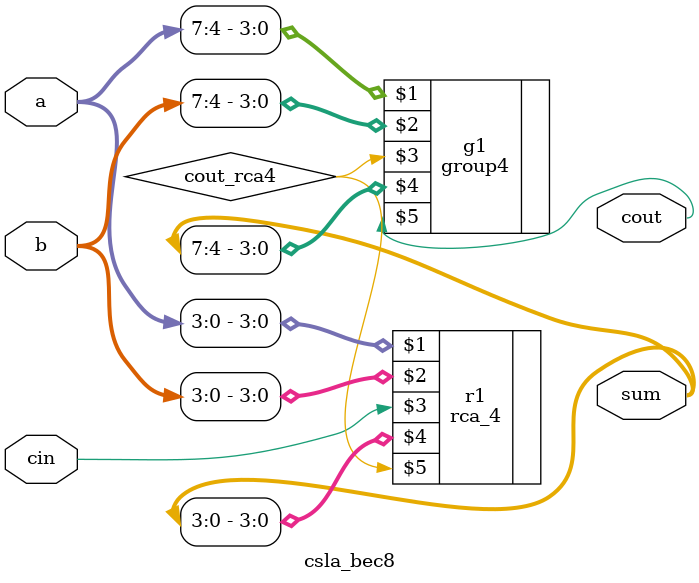
<source format=v>
module csla_bec8(a,b,cin,sum,cout);
input [7:0] a,b;
input cin;
output [7:0] sum;
output cout;
wire cout_rca4;

rca_4 r1(a[3:0],b[3:0],cin,sum[3:0],cout_rca4);
group4 g1(a[7:4],b[7:4],cout_rca4,sum[7:4],cout);

endmodule




</source>
